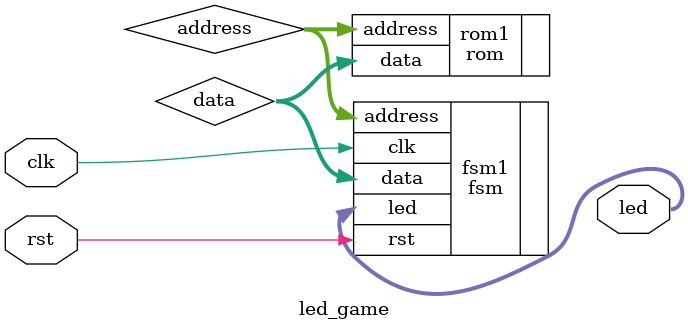
<source format=v>
module led_game(
        input  wire       clk,
        input  wire       rst,
        output wire [7:0] led
    );
 
    wire [3:0] address;
    wire [7:0] data;
 
    fsm fsm1(
        .clk(clk),
        .rst(rst),
        .led(led),
        .address(address),
        .data(data)
    );
 
    rom rom1(
        .address(address),
        .data(data)
    );
 
endmodule
</source>
